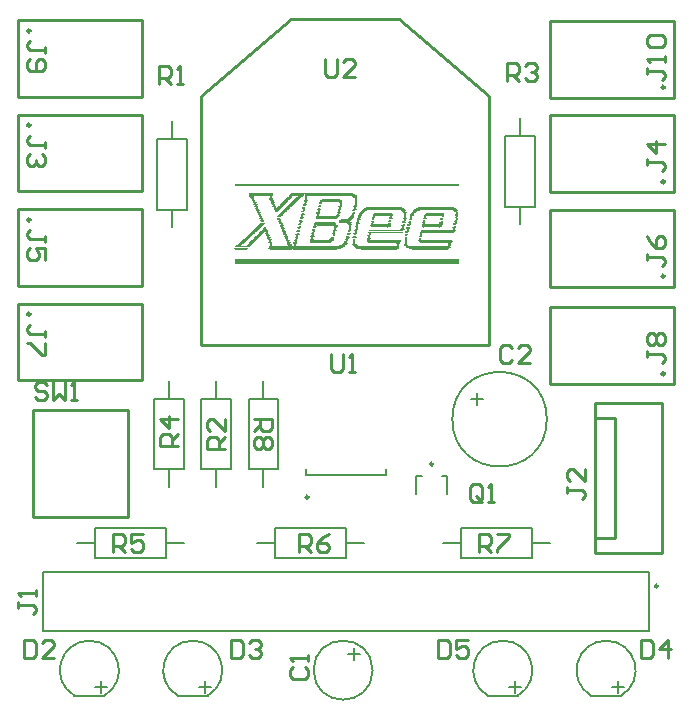
<source format=gto>
%FSLAX44Y44*%
%MOMM*%
G71*
G01*
G75*
G04 Layer_Color=65535*
%ADD10R,0.9000X0.9500*%
%ADD11R,0.9000X0.9500*%
%ADD12R,5.5000X6.9000*%
%ADD13R,0.9500X1.9000*%
%ADD14C,0.2540*%
%ADD15R,1.2000X1.2000*%
%ADD16C,1.2000*%
%ADD17C,1.5240*%
%ADD18R,1.5240X1.5240*%
%ADD19C,1.6000*%
%ADD20R,1.6500X1.6500*%
%ADD21C,1.6500*%
%ADD22R,1.2000X1.2000*%
%ADD23C,1.0000*%
%ADD24R,1.0000X1.0000*%
%ADD25C,1.7500*%
%ADD26R,1.7500X1.7500*%
%ADD27C,1.5000*%
%ADD28P,1.6236X8X112.5*%
%ADD29C,1.2700*%
%ADD30C,0.2500*%
%ADD31C,0.2000*%
%ADD32R,19.0754X0.2794*%
%ADD33R,1.9558X0.0254*%
%ADD34R,1.1430X0.0254*%
%ADD35R,3.9116X0.0254*%
%ADD36R,1.9812X0.0254*%
%ADD37R,1.1684X0.0254*%
%ADD38R,3.9624X0.0254*%
%ADD39R,2.0066X0.1270*%
%ADD40R,1.2192X0.1270*%
%ADD41R,4.0132X0.0254*%
%ADD42R,4.1148X0.0254*%
%ADD43R,4.1402X0.0254*%
%ADD44R,4.2164X0.0254*%
%ADD45R,4.2418X0.0508*%
%ADD46R,1.2192X0.0254*%
%ADD47R,0.2032X0.0254*%
%ADD48R,0.2540X0.0254*%
%ADD49R,0.3556X0.0254*%
%ADD50R,0.2032X0.3048*%
%ADD51R,0.4318X0.0254*%
%ADD52R,0.2286X0.0254*%
%ADD53R,0.1778X0.0254*%
%ADD54R,0.2286X0.0508*%
%ADD55R,0.4064X0.0254*%
%ADD56R,0.2794X0.0254*%
%ADD57R,0.2032X0.1524*%
%ADD58R,0.2540X0.0508*%
%ADD59R,0.3556X0.0508*%
%ADD60R,0.3048X0.0254*%
%ADD61R,0.2794X0.0508*%
%ADD62R,0.3302X0.0508*%
%ADD63R,0.3302X0.0254*%
%ADD64R,0.2032X0.5334*%
%ADD65R,0.2286X0.0762*%
%ADD66R,0.2286X0.1270*%
%ADD67R,0.3048X0.0508*%
%ADD68R,1.6002X0.0254*%
%ADD69R,1.6256X0.0254*%
%ADD70R,0.2540X0.0762*%
%ADD71R,1.7018X0.0254*%
%ADD72R,1.8034X0.0508*%
%ADD73R,1.8288X0.0254*%
%ADD74R,0.2032X0.0508*%
%ADD75R,1.8796X0.0254*%
%ADD76R,1.9050X0.0508*%
%ADD77R,0.2032X0.1016*%
%ADD78R,0.2032X0.1778*%
%ADD79R,0.2286X0.1016*%
%ADD80R,2.8194X0.0254*%
%ADD81R,2.7940X0.0254*%
%ADD82R,0.2032X0.1270*%
%ADD83R,2.8448X0.0254*%
%ADD84R,0.2032X0.0762*%
%ADD85R,3.0988X0.0254*%
%ADD86R,3.0226X0.0254*%
%ADD87R,3.1750X0.0254*%
%ADD88R,3.2258X0.0254*%
%ADD89R,3.1496X0.0254*%
%ADD90R,0.5334X0.0254*%
%ADD91R,3.4036X0.0254*%
%ADD92R,3.3782X0.0508*%
%ADD93R,0.5080X0.0254*%
%ADD94R,3.4290X0.0254*%
%ADD95R,0.4572X0.0254*%
%ADD96R,3.4798X0.0254*%
%ADD97R,0.5588X0.0508*%
%ADD98R,0.3810X0.0254*%
%ADD99R,0.4826X0.0254*%
%ADD100R,1.4478X0.0508*%
%ADD101R,1.4732X0.0254*%
%ADD102R,1.4986X0.0254*%
%ADD103R,1.5494X0.0254*%
%ADD104R,1.6002X0.0508*%
%ADD105R,1.6256X0.0508*%
%ADD106R,1.6764X0.0762*%
%ADD107R,1.6510X0.0254*%
%ADD108R,1.7018X0.0508*%
%ADD109R,1.9050X0.0254*%
%ADD110R,1.9304X0.0508*%
%ADD111R,0.2794X0.1016*%
%ADD112R,1.8034X0.0254*%
%ADD113R,0.2794X0.0762*%
%ADD114R,1.7780X0.0254*%
%ADD115R,1.7526X0.0254*%
%ADD116R,1.5240X0.0254*%
%ADD117R,0.2032X0.2032*%
%ADD118R,0.8382X0.0254*%
%ADD119R,0.8128X0.0254*%
%ADD120R,0.8890X0.0254*%
%ADD121R,0.9652X0.0254*%
%ADD122R,0.9398X0.0254*%
%ADD123R,0.8636X0.0254*%
%ADD124R,0.9144X0.0254*%
%ADD125R,0.2540X0.1016*%
%ADD126R,0.4318X0.0508*%
%ADD127R,1.8288X0.0508*%
%ADD128R,1.8796X0.0762*%
%ADD129R,0.2286X0.3810*%
%ADD130R,1.4478X0.0254*%
%ADD131R,1.6764X0.1778*%
%ADD132R,1.6764X0.0254*%
%ADD133R,1.6510X0.0762*%
%ADD134R,1.5748X0.0254*%
%ADD135R,0.0254X0.0254*%
%ADD136R,0.0508X0.0254*%
%ADD137R,0.1270X0.0254*%
%ADD138R,0.1524X0.0254*%
%ADD139R,2.5146X0.0254*%
%ADD140R,0.5334X0.0508*%
%ADD141R,2.8702X0.0254*%
%ADD142R,2.8956X0.0254*%
%ADD143R,2.9210X0.1016*%
%ADD144R,2.8956X0.0508*%
%ADD145R,2.9210X0.0254*%
%ADD146R,2.8194X0.0508*%
%ADD147R,2.8448X0.0508*%
%ADD148R,0.2286X0.5842*%
%ADD149R,0.2032X0.4318*%
%ADD150R,1.9558X0.0508*%
%ADD151R,0.3810X0.0508*%
%ADD152R,2.7686X0.0254*%
%ADD153R,2.7432X0.0254*%
%ADD154R,2.4384X0.0254*%
%ADD155R,2.6670X0.0254*%
%ADD156R,0.2032X0.3302*%
%ADD157R,2.3876X0.0254*%
%ADD158R,2.6416X0.0254*%
%ADD159R,1.2446X0.0508*%
%ADD160R,6.2738X0.0254*%
%ADD161R,3.7338X0.0254*%
%ADD162R,3.7592X0.0254*%
%ADD163R,6.2484X0.0254*%
%ADD164R,3.7084X0.0254*%
%ADD165R,1.2446X0.1016*%
%ADD166R,6.1976X0.0254*%
%ADD167R,3.6322X0.0254*%
%ADD168R,3.6830X0.0254*%
%ADD169R,6.1722X0.0254*%
%ADD170R,3.6068X0.0254*%
%ADD171R,3.6068X0.0508*%
%ADD172R,6.1468X0.0254*%
%ADD173R,3.5814X0.0254*%
%ADD174R,6.0198X0.0254*%
%ADD175R,3.4544X0.0508*%
%ADD176R,5.9944X0.0254*%
%ADD177R,3.4544X0.0254*%
%ADD178R,5.9182X0.0254*%
%ADD179R,3.3782X0.0254*%
%ADD180R,18.9738X0.0254*%
%ADD181R,19.0754X0.3302*%
D14*
X12914Y328914D02*
G03*
X12914Y328914I-1414J0D01*
G01*
Y408914D02*
G03*
X12914Y408914I-1414J0D01*
G01*
Y488914D02*
G03*
X12914Y488914I-1414J0D01*
G01*
Y568914D02*
G03*
X12914Y568914I-1414J0D01*
G01*
X549914Y278586D02*
G03*
X549914Y278586I-1414J0D01*
G01*
Y361086D02*
G03*
X549914Y361086I-1414J0D01*
G01*
Y441086D02*
G03*
X549914Y441086I-1414J0D01*
G01*
Y521086D02*
G03*
X549914Y521086I-1414J0D01*
G01*
X490700Y126500D02*
Y253500D01*
X547900Y126500D02*
Y253500D01*
X507500Y139200D02*
Y240800D01*
X490700Y126500D02*
X547900D01*
X490700Y253500D02*
X547900D01*
X490700Y139200D02*
X507500D01*
X490700Y240800D02*
X507500D01*
X325258Y579157D02*
X401158Y513856D01*
X157358D02*
X233258Y579157D01*
X401158Y303057D02*
Y513856D01*
X157358Y303057D02*
Y513856D01*
X233258Y579157D02*
X325258D01*
X157358Y303057D02*
X401158D01*
X107500Y272800D02*
Y337800D01*
X2500Y272800D02*
X107500D01*
X2500Y337800D02*
X107500D01*
X2500Y272800D02*
Y337800D01*
X107500Y352800D02*
Y417800D01*
X2500Y352800D02*
X107500D01*
X2500Y417800D02*
X107500D01*
X2500Y352800D02*
Y417800D01*
X107500Y432800D02*
Y497800D01*
X2500Y432800D02*
X107500D01*
X2500Y497800D02*
X107500D01*
X2500Y432800D02*
Y497800D01*
X107500Y512800D02*
Y577800D01*
X2500Y512800D02*
X107500D01*
X2500Y577800D02*
X107500D01*
X2500Y512800D02*
Y577800D01*
X452500Y269700D02*
Y334700D01*
X557500D01*
X452500Y269700D02*
X557500D01*
Y334700D01*
X452500Y352200D02*
Y417200D01*
X557500D01*
X452500Y352200D02*
X557500D01*
Y417200D01*
X452500Y432200D02*
Y497200D01*
X557500D01*
X452500Y432200D02*
X557500D01*
Y497200D01*
X452500Y512200D02*
Y577200D01*
X557500D01*
X452500Y512200D02*
X557500D01*
Y577200D01*
X15000Y157500D02*
Y247500D01*
X95000Y157500D02*
Y247500D01*
X15000Y157500D02*
X95000D01*
X15000Y247500D02*
X95000D01*
X395157Y172539D02*
Y182696D01*
X392617Y185235D01*
X387539D01*
X385000Y182696D01*
Y172539D01*
X387539Y170000D01*
X392617D01*
X390078Y175078D02*
X395157Y170000D01*
X392617D02*
X395157Y172539D01*
X400235Y170000D02*
X405313D01*
X402774D01*
Y185235D01*
X400235Y182696D01*
X530000Y52735D02*
Y37500D01*
X537617D01*
X540157Y40039D01*
Y50196D01*
X537617Y52735D01*
X530000D01*
X552853Y37500D02*
Y52735D01*
X545235Y45118D01*
X555392D01*
X267500Y295235D02*
Y282539D01*
X270039Y280000D01*
X275117D01*
X277657Y282539D01*
Y295235D01*
X282735Y280000D02*
X287813D01*
X285274D01*
Y295235D01*
X282735Y292696D01*
X467265Y182657D02*
Y177578D01*
Y180117D01*
X479961D01*
X482500Y177578D01*
Y175039D01*
X479961Y172500D01*
X482500Y197892D02*
Y187735D01*
X472343Y197892D01*
X469804D01*
X467265Y195353D01*
Y190274D01*
X469804Y187735D01*
X137500Y217500D02*
X122265D01*
Y225117D01*
X124804Y227657D01*
X129882D01*
X132422Y225117D01*
Y217500D01*
Y222578D02*
X137500Y227657D01*
Y240353D02*
X122265D01*
X129882Y232735D01*
Y242892D01*
X177500Y215000D02*
X162265D01*
Y222617D01*
X164804Y225157D01*
X169882D01*
X172422Y222617D01*
Y215000D01*
Y220078D02*
X177500Y225157D01*
Y240392D02*
Y230235D01*
X167343Y240392D01*
X164804D01*
X162265Y237853D01*
Y232774D01*
X164804Y230235D01*
X202500Y240000D02*
X217735D01*
Y232383D01*
X215196Y229843D01*
X210118D01*
X207578Y232383D01*
Y240000D01*
Y234922D02*
X202500Y229843D01*
X215196Y224765D02*
X217735Y222226D01*
Y217147D01*
X215196Y214608D01*
X212657D01*
X210118Y217147D01*
X207578Y214608D01*
X205039D01*
X202500Y217147D01*
Y222226D01*
X205039Y224765D01*
X207578D01*
X210118Y222226D01*
X212657Y224765D01*
X215196D01*
X210118Y222226D02*
Y217147D01*
X392500Y127500D02*
Y142735D01*
X400117D01*
X402657Y140196D01*
Y135118D01*
X400117Y132578D01*
X392500D01*
X397578D02*
X402657Y127500D01*
X407735Y142735D02*
X417892D01*
Y140196D01*
X407735Y130039D01*
Y127500D01*
X240000D02*
Y142735D01*
X247617D01*
X250157Y140196D01*
Y135118D01*
X247617Y132578D01*
X240000D01*
X245078D02*
X250157Y127500D01*
X265392Y142735D02*
X260313Y140196D01*
X255235Y135118D01*
Y130039D01*
X257774Y127500D01*
X262853D01*
X265392Y130039D01*
Y132578D01*
X262853Y135118D01*
X255235D01*
X82500Y127500D02*
Y142735D01*
X90118D01*
X92657Y140196D01*
Y135118D01*
X90118Y132578D01*
X82500D01*
X87578D02*
X92657Y127500D01*
X107892Y142735D02*
X97735D01*
Y135118D01*
X102813Y137657D01*
X105353D01*
X107892Y135118D01*
Y130039D01*
X105353Y127500D01*
X100274D01*
X97735Y130039D01*
X2265Y85157D02*
Y80078D01*
Y82618D01*
X14961D01*
X17500Y80078D01*
Y77539D01*
X14961Y75000D01*
X17500Y90235D02*
Y95313D01*
Y92774D01*
X2265D01*
X4804Y90235D01*
X357500Y52735D02*
Y37500D01*
X365117D01*
X367657Y40039D01*
Y50196D01*
X365117Y52735D01*
X357500D01*
X382892D02*
X372735D01*
Y45118D01*
X377813Y47657D01*
X380353D01*
X382892Y45118D01*
Y40039D01*
X380353Y37500D01*
X375274D01*
X372735Y40039D01*
X182500Y52735D02*
Y37500D01*
X190117D01*
X192657Y40039D01*
Y50196D01*
X190117Y52735D01*
X182500D01*
X197735Y50196D02*
X200274Y52735D01*
X205353D01*
X207892Y50196D01*
Y47657D01*
X205353Y45118D01*
X202813D01*
X205353D01*
X207892Y42578D01*
Y40039D01*
X205353Y37500D01*
X200274D01*
X197735Y40039D01*
X7500Y52735D02*
Y37500D01*
X15117D01*
X17657Y40039D01*
Y50196D01*
X15117Y52735D01*
X7500D01*
X32892Y37500D02*
X22735D01*
X32892Y47657D01*
Y50196D01*
X30353Y52735D01*
X25274D01*
X22735Y50196D01*
X420157Y300196D02*
X417617Y302735D01*
X412539D01*
X410000Y300196D01*
Y290039D01*
X412539Y287500D01*
X417617D01*
X420157Y290039D01*
X435392Y287500D02*
X425235D01*
X435392Y297657D01*
Y300196D01*
X432853Y302735D01*
X427774D01*
X425235Y300196D01*
X234804Y30157D02*
X232265Y27617D01*
Y22539D01*
X234804Y20000D01*
X244961D01*
X247500Y22539D01*
Y27617D01*
X244961Y30157D01*
X247500Y35235D02*
Y40313D01*
Y37774D01*
X232265D01*
X234804Y35235D01*
X262500Y545235D02*
Y532539D01*
X265039Y530000D01*
X270117D01*
X272657Y532539D01*
Y545235D01*
X287892Y530000D02*
X277735D01*
X287892Y540157D01*
Y542696D01*
X285353Y545235D01*
X280274D01*
X277735Y542696D01*
X25235Y309843D02*
Y314922D01*
Y312383D01*
X12539D01*
X10000Y314922D01*
Y317461D01*
X12539Y320000D01*
X25235Y304765D02*
Y294608D01*
X22696D01*
X12539Y304765D01*
X10000D01*
X25235Y389843D02*
Y394922D01*
Y392383D01*
X12539D01*
X10000Y394922D01*
Y397461D01*
X12539Y400000D01*
X25235Y374608D02*
Y384765D01*
X17617D01*
X20157Y379687D01*
Y377147D01*
X17617Y374608D01*
X12539D01*
X10000Y377147D01*
Y382226D01*
X12539Y384765D01*
X25235Y469843D02*
Y474922D01*
Y472383D01*
X12539D01*
X10000Y474922D01*
Y477461D01*
X12539Y480000D01*
X22696Y464765D02*
X25235Y462226D01*
Y457147D01*
X22696Y454608D01*
X20157D01*
X17617Y457147D01*
Y459687D01*
Y457147D01*
X15078Y454608D01*
X12539D01*
X10000Y457147D01*
Y462226D01*
X12539Y464765D01*
X25235Y549843D02*
Y554922D01*
Y552383D01*
X12539D01*
X10000Y554922D01*
Y557461D01*
X12539Y560000D01*
Y544765D02*
X10000Y542226D01*
Y537147D01*
X12539Y534608D01*
X22696D01*
X25235Y537147D01*
Y542226D01*
X22696Y544765D01*
X20157D01*
X17617Y542226D01*
Y534608D01*
X534765Y297657D02*
Y292578D01*
Y295117D01*
X547461D01*
X550000Y292578D01*
Y290039D01*
X547461Y287500D01*
X537304Y302735D02*
X534765Y305274D01*
Y310353D01*
X537304Y312892D01*
X539843D01*
X542383Y310353D01*
X544922Y312892D01*
X547461D01*
X550000Y310353D01*
Y305274D01*
X547461Y302735D01*
X544922D01*
X542383Y305274D01*
X539843Y302735D01*
X537304D01*
X542383Y305274D02*
Y310353D01*
X534765Y380157D02*
Y375078D01*
Y377617D01*
X547461D01*
X550000Y375078D01*
Y372539D01*
X547461Y370000D01*
X534765Y395392D02*
X537304Y390313D01*
X542383Y385235D01*
X547461D01*
X550000Y387774D01*
Y392853D01*
X547461Y395392D01*
X544922D01*
X542383Y392853D01*
Y385235D01*
X534765Y460157D02*
Y455078D01*
Y457617D01*
X547461D01*
X550000Y455078D01*
Y452539D01*
X547461Y450000D01*
X550000Y472853D02*
X534765D01*
X542383Y465235D01*
Y475392D01*
X534765Y537657D02*
Y532578D01*
Y535117D01*
X547461D01*
X550000Y532578D01*
Y530039D01*
X547461Y527500D01*
X550000Y542735D02*
Y547813D01*
Y545274D01*
X534765D01*
X537304Y542735D01*
Y555431D02*
X534765Y557970D01*
Y563049D01*
X537304Y565588D01*
X547461D01*
X550000Y563049D01*
Y557970D01*
X547461Y555431D01*
X537304D01*
X26527Y269044D02*
X23988Y271583D01*
X18909D01*
X16370Y269044D01*
Y266505D01*
X18909Y263965D01*
X23988D01*
X26527Y261426D01*
Y258887D01*
X23988Y256348D01*
X18909D01*
X16370Y258887D01*
X31605Y271583D02*
Y256348D01*
X36683Y261426D01*
X41762Y256348D01*
Y271583D01*
X46840Y256348D02*
X51919D01*
X49379D01*
Y271583D01*
X46840Y269044D01*
X121451Y524025D02*
Y539260D01*
X129068D01*
X131608Y536721D01*
Y531642D01*
X129068Y529103D01*
X121451D01*
X126529D02*
X131608Y524025D01*
X136686D02*
X141764D01*
X139225D01*
Y539260D01*
X136686Y536721D01*
X416451Y526525D02*
Y541760D01*
X424068D01*
X426608Y539221D01*
Y534142D01*
X424068Y531603D01*
X416451D01*
X421529D02*
X426608Y526525D01*
X431686Y539221D02*
X434225Y541760D01*
X439304D01*
X441843Y539221D01*
Y536682D01*
X439304Y534142D01*
X436764D01*
X439304D01*
X441843Y531603D01*
Y529064D01*
X439304Y526525D01*
X434225D01*
X431686Y529064D01*
D30*
X353750Y202000D02*
G03*
X353750Y202000I-1250J0D01*
G01*
X248200Y174000D02*
G03*
X248200Y174000I-1250J0D01*
G01*
X544120Y98700D02*
G03*
X544120Y98700I-1250J0D01*
G01*
D31*
X512700Y5849D02*
G03*
X487700Y5849I-12500J21651D01*
G01*
X425200D02*
G03*
X400200Y5849I-12500J21651D01*
G01*
X162700D02*
G03*
X137700Y5849I-12500J21651D01*
G01*
X75200D02*
G03*
X50200Y5849I-12500J21651D01*
G01*
X450000Y240000D02*
G03*
X450000Y240000I-40000J0D01*
G01*
X302500Y27500D02*
G03*
X302500Y27500I-25000J0D01*
G01*
X339500Y177000D02*
Y191750D01*
X365500Y177000D02*
Y191750D01*
X339500D02*
X344000D01*
X361000D02*
X365500D01*
X487500Y5910D02*
X512900D01*
X505280Y13530D02*
X515440D01*
X510360Y8450D02*
Y18610D01*
X313500Y192500D02*
Y197500D01*
X246500Y192500D02*
X313500D01*
X246500D02*
Y197500D01*
X117500D02*
Y257500D01*
X142500Y197500D02*
Y257500D01*
X130000D02*
Y272500D01*
Y182500D02*
Y197500D01*
X117500Y257500D02*
X142500D01*
X117500Y197500D02*
X142500D01*
X157500D02*
Y257500D01*
X182500Y197500D02*
Y257500D01*
X170000D02*
Y272500D01*
Y182500D02*
Y197500D01*
X157500Y257500D02*
X182500D01*
X157500Y197500D02*
X182500D01*
X222500D02*
Y257500D01*
X197500Y197500D02*
Y257500D01*
X210000Y182500D02*
Y197500D01*
Y257500D02*
Y272500D01*
X197500Y197500D02*
X222500D01*
X197500Y257500D02*
X222500D01*
X377500Y122500D02*
X437500D01*
X377500Y147500D02*
X437500D01*
X362500Y135000D02*
X377500D01*
X437500D02*
X452500D01*
X377500Y122500D02*
Y147500D01*
X437500Y122500D02*
Y147500D01*
X220000Y122500D02*
X280000D01*
X220000Y147500D02*
X280000D01*
X205000Y135000D02*
X220000D01*
X280000D02*
X295000D01*
X220000Y122500D02*
Y147500D01*
X280000Y122500D02*
Y147500D01*
X67500Y122500D02*
X127500D01*
X67500Y147500D02*
X127500D01*
X52500Y135000D02*
X67500D01*
X127500D02*
X142500D01*
X67500Y122500D02*
Y147500D01*
X127500Y122500D02*
Y147500D01*
X23500Y111000D02*
X536500D01*
Y61000D02*
Y111000D01*
X23500Y61000D02*
X536500D01*
X23500D02*
Y111000D01*
X400000Y5910D02*
X425400D01*
X417780Y13530D02*
X427940D01*
X422860Y8450D02*
Y18610D01*
X137500Y5910D02*
X162900D01*
X155280Y13530D02*
X165440D01*
X160360Y8450D02*
Y18610D01*
X50000Y5910D02*
X75400D01*
X67780Y13530D02*
X77940D01*
X72860Y8450D02*
Y18610D01*
X391000Y252420D02*
Y262580D01*
X385920Y257500D02*
X396080D01*
X281820Y41500D02*
X291980D01*
X286900Y36420D02*
Y46580D01*
X120000Y417500D02*
Y477500D01*
X145000Y417500D02*
Y477500D01*
X132500D02*
Y492500D01*
Y402500D02*
Y417500D01*
X120000Y477500D02*
X145000D01*
X120000Y417500D02*
X145000D01*
X415000Y420000D02*
Y480000D01*
X440000Y420000D02*
Y480000D01*
X427500D02*
Y495000D01*
Y405000D02*
Y420000D01*
X415000Y480000D02*
X440000D01*
X415000Y420000D02*
X440000D01*
D32*
X280635Y438107D02*
D03*
D33*
X207737Y430995D02*
D03*
D34*
X238979D02*
D03*
D35*
X265268D02*
D03*
D36*
X207864Y430741D02*
D03*
Y429217D02*
D03*
D37*
X239106Y430741D02*
D03*
X191354Y383751D02*
D03*
D38*
X265268Y430741D02*
D03*
D39*
X207991Y429979D02*
D03*
D40*
X238852D02*
D03*
D41*
X265522Y430487D02*
D03*
D42*
X266030Y430233D02*
D03*
D43*
X266157Y429979D02*
D03*
D44*
X266538Y429725D02*
D03*
D45*
X266665Y429344D02*
D03*
D46*
X238598Y429217D02*
D03*
X191354Y384005D02*
D03*
D47*
X199482Y428963D02*
D03*
X216500D02*
D03*
X201768Y425153D02*
D03*
X202276Y424137D02*
D03*
X218532Y421851D02*
D03*
X219040Y420581D02*
D03*
X204562Y418549D02*
D03*
X219802D02*
D03*
X205070Y417279D02*
D03*
X373726Y414739D02*
D03*
X206594Y413723D02*
D03*
X286096Y412707D02*
D03*
X207356Y411691D02*
D03*
X373726Y411183D02*
D03*
X303622Y410929D02*
D03*
X347056D02*
D03*
X373472Y410675D02*
D03*
X207864Y410421D02*
D03*
X291176Y409659D02*
D03*
X223358Y409405D02*
D03*
X373726Y409151D02*
D03*
X208626Y408897D02*
D03*
X373472Y408135D02*
D03*
X224120Y407373D02*
D03*
X209388Y406865D02*
D03*
X224628Y406103D02*
D03*
X345532Y404833D02*
D03*
X360518D02*
D03*
X283556Y400769D02*
D03*
X288890D02*
D03*
X226914Y400515D02*
D03*
X327498Y399245D02*
D03*
X227422Y398991D02*
D03*
X300320Y396959D02*
D03*
X269586Y395689D02*
D03*
X214214Y394165D02*
D03*
X229708Y393403D02*
D03*
X280508Y391117D02*
D03*
X215484Y390863D02*
D03*
X215738Y390355D02*
D03*
X230978Y390101D02*
D03*
X280000Y389339D02*
D03*
X231740Y388577D02*
D03*
X368138Y388069D02*
D03*
X233264Y386037D02*
D03*
D48*
X233518Y428963D02*
D03*
X199990Y428201D02*
D03*
X200498Y427693D02*
D03*
X216500Y426677D02*
D03*
X201514Y426169D02*
D03*
X216754Y425915D02*
D03*
X246218Y424645D02*
D03*
X217516Y424391D02*
D03*
X202530Y423375D02*
D03*
X218024Y423121D02*
D03*
X202784Y422867D02*
D03*
X218278Y422613D02*
D03*
X258410D02*
D03*
X245456Y421597D02*
D03*
X203546Y421089D02*
D03*
X245202Y420835D02*
D03*
X288128Y420327D02*
D03*
X275174Y419565D02*
D03*
X287874D02*
D03*
X204308Y419311D02*
D03*
X219548D02*
D03*
X244440Y418041D02*
D03*
X257394Y417279D02*
D03*
X257140Y416771D02*
D03*
X287112Y416517D02*
D03*
X329022Y416263D02*
D03*
X329276Y415755D02*
D03*
X206086Y414993D02*
D03*
X274158D02*
D03*
X329784D02*
D03*
X273904Y414485D02*
D03*
X206340Y414231D02*
D03*
X256632D02*
D03*
X293208Y413977D02*
D03*
X292954Y413723D02*
D03*
X256378Y413469D02*
D03*
X336388D02*
D03*
X243424Y413215D02*
D03*
X292700D02*
D03*
X336134Y412961D02*
D03*
X243170Y412707D02*
D03*
X273396Y412453D02*
D03*
X335626Y412199D02*
D03*
X273142Y411945D02*
D03*
X272888Y411691D02*
D03*
X291684Y410929D02*
D03*
X242662Y410421D02*
D03*
X318100Y410167D02*
D03*
X208118Y409913D02*
D03*
X223104D02*
D03*
X242408Y409659D02*
D03*
X317846D02*
D03*
X208372Y409405D02*
D03*
X346548D02*
D03*
X361534D02*
D03*
X290922Y409151D02*
D03*
X334610Y408643D02*
D03*
X223866Y408389D02*
D03*
X290668D02*
D03*
X209134Y407627D02*
D03*
X241646Y406865D02*
D03*
X329022Y406103D02*
D03*
X345786Y405849D02*
D03*
X360772D02*
D03*
X224882Y405595D02*
D03*
X289906Y405341D02*
D03*
X360518D02*
D03*
X316830Y405087D02*
D03*
X372456Y404579D02*
D03*
X333594Y404325D02*
D03*
X225644Y403563D02*
D03*
X225898Y403055D02*
D03*
X253838Y402801D02*
D03*
X271364D02*
D03*
X253584Y402293D02*
D03*
X371948D02*
D03*
X240630Y402039D02*
D03*
X271110D02*
D03*
X371694Y401785D02*
D03*
X240376Y401531D02*
D03*
X332832D02*
D03*
X226660Y401023D02*
D03*
X211674Y400769D02*
D03*
X328006D02*
D03*
X332578D02*
D03*
X270602Y399753D02*
D03*
X252822Y399499D02*
D03*
X239868Y399245D02*
D03*
X270348D02*
D03*
X239614Y398483D02*
D03*
X331816Y397975D02*
D03*
X288128Y397213D02*
D03*
X228438Y396451D02*
D03*
X287874D02*
D03*
X282286Y396197D02*
D03*
X238852Y395689D02*
D03*
X213706Y395435D02*
D03*
X251806Y394927D02*
D03*
X229454Y393911D02*
D03*
X281778D02*
D03*
X214468Y393657D02*
D03*
X287112Y393403D02*
D03*
X281524Y393149D02*
D03*
X214722Y392895D02*
D03*
X268570Y392641D02*
D03*
X299304D02*
D03*
X251044Y392133D02*
D03*
X250790Y391879D02*
D03*
X299050D02*
D03*
X268062Y391625D02*
D03*
X237836Y390863D02*
D03*
X342738D02*
D03*
X231486Y388831D02*
D03*
X237074D02*
D03*
X368392Y388577D02*
D03*
X324450Y388323D02*
D03*
X236820Y388069D02*
D03*
X287112Y387561D02*
D03*
X331054D02*
D03*
X367884D02*
D03*
X287366Y387307D02*
D03*
X287620Y387053D02*
D03*
X232756Y386799D02*
D03*
X233010Y386545D02*
D03*
X331562D02*
D03*
X197450Y386291D02*
D03*
X197196Y386037D02*
D03*
X233264Y385783D02*
D03*
D49*
X242154Y428963D02*
D03*
X231740Y426931D02*
D03*
X231486Y426423D02*
D03*
X230978Y426169D02*
D03*
X230724Y425661D02*
D03*
X328006Y416771D02*
D03*
X221326Y416517D02*
D03*
X296002D02*
D03*
X372202D02*
D03*
X295494Y416263D02*
D03*
X372710D02*
D03*
X295240Y416009D02*
D03*
X208626Y404579D02*
D03*
X324196Y390863D02*
D03*
X190592Y387815D02*
D03*
X190338Y387307D02*
D03*
X189576Y386799D02*
D03*
X288382Y386291D02*
D03*
X188560Y386037D02*
D03*
X289144Y385783D02*
D03*
X332578D02*
D03*
D50*
X246472Y427566D02*
D03*
X330292Y412326D02*
D03*
D51*
X286223Y428963D02*
D03*
X286477Y428709D02*
D03*
X371821Y416771D02*
D03*
X339817Y416517D02*
D03*
X339309Y416263D02*
D03*
X276571Y386291D02*
D03*
X275809Y385783D02*
D03*
D52*
X199609Y428709D02*
D03*
X200879Y426931D02*
D03*
X216373D02*
D03*
X216881Y425661D02*
D03*
X217643Y424137D02*
D03*
X217897Y423375D02*
D03*
X202911Y422613D02*
D03*
X245583Y421851D02*
D03*
X218659Y421597D02*
D03*
X203673Y420835D02*
D03*
X218913D02*
D03*
X258029Y420327D02*
D03*
X203927Y420073D02*
D03*
X257775Y419311D02*
D03*
X244821Y419057D02*
D03*
X274793Y417787D02*
D03*
X204943Y417533D02*
D03*
X287493D02*
D03*
X274539Y417025D02*
D03*
X244059Y416263D02*
D03*
X221199Y415755D02*
D03*
X243805Y415247D02*
D03*
X373599Y414993D02*
D03*
Y414485D02*
D03*
X206467Y413977D02*
D03*
X286477Y413723D02*
D03*
X336515D02*
D03*
X206721Y413469D02*
D03*
X286223Y412961D02*
D03*
X206975Y412453D02*
D03*
X286223D02*
D03*
X292319D02*
D03*
X285715Y411691D02*
D03*
X292065D02*
D03*
X361915Y411437D02*
D03*
X373853D02*
D03*
X373599Y410929D02*
D03*
X207737Y410675D02*
D03*
X242789D02*
D03*
X207991Y410167D02*
D03*
X291303Y409913D02*
D03*
X303241D02*
D03*
X223231Y409659D02*
D03*
X291049Y409405D02*
D03*
X208499Y409151D02*
D03*
X223485D02*
D03*
X346421D02*
D03*
X242027Y407881D02*
D03*
X317465D02*
D03*
X373345D02*
D03*
X302733Y407373D02*
D03*
X329403D02*
D03*
X334229Y406865D02*
D03*
X373091D02*
D03*
X209515Y406611D02*
D03*
X224501Y406357D02*
D03*
X290287D02*
D03*
X224755Y405849D02*
D03*
X333975D02*
D03*
X241265Y405087D02*
D03*
X360391D02*
D03*
X316703Y404833D02*
D03*
X345659Y404579D02*
D03*
X241011Y404071D02*
D03*
X225517Y403817D02*
D03*
X328641D02*
D03*
X289525Y403309D02*
D03*
X271491Y403055D02*
D03*
X328387D02*
D03*
X226025Y402801D02*
D03*
X289271Y402293D02*
D03*
X226279Y402039D02*
D03*
X270983Y401785D02*
D03*
X332959D02*
D03*
X211547Y401023D02*
D03*
X289017D02*
D03*
X226787Y400769D02*
D03*
X253203Y400515D02*
D03*
X289017D02*
D03*
X227041Y400261D02*
D03*
X288763D02*
D03*
X371313Y400007D02*
D03*
X283175Y399753D02*
D03*
X227295Y399245D02*
D03*
X288509D02*
D03*
X332197Y398991D02*
D03*
X282921Y398737D02*
D03*
X212563Y398483D02*
D03*
X252441Y397721D02*
D03*
X213071Y397467D02*
D03*
X228057D02*
D03*
X269967Y396959D02*
D03*
X343627D02*
D03*
X228311Y396705D02*
D03*
X239233D02*
D03*
X213325Y396451D02*
D03*
X331435Y396197D02*
D03*
X269713Y395943D02*
D03*
X213579Y395689D02*
D03*
X228819D02*
D03*
X299939D02*
D03*
X331181Y395435D02*
D03*
X214341Y393911D02*
D03*
X238471D02*
D03*
X251425D02*
D03*
X229581Y393657D02*
D03*
X269205D02*
D03*
X229835Y393149D02*
D03*
X238217Y392895D02*
D03*
X268951D02*
D03*
X281397D02*
D03*
X214849Y392641D02*
D03*
X281143D02*
D03*
X251171Y392387D02*
D03*
X250663Y391625D02*
D03*
X280889D02*
D03*
X230343Y391371D02*
D03*
X280635D02*
D03*
X215357Y391117D02*
D03*
X280635Y390863D02*
D03*
X215611Y390609D02*
D03*
X230851Y390355D02*
D03*
X215865Y390101D02*
D03*
X237455D02*
D03*
X280381D02*
D03*
X216119Y389085D02*
D03*
X237201D02*
D03*
X324577Y388577D02*
D03*
X368265Y388323D02*
D03*
X236693Y387815D02*
D03*
X330927D02*
D03*
X368011D02*
D03*
X367503Y386545D02*
D03*
X233137Y386291D02*
D03*
X367249Y385783D02*
D03*
D53*
X216373Y428709D02*
D03*
D54*
X233391Y428582D02*
D03*
X288255Y426804D02*
D03*
X217135Y425280D02*
D03*
X202403Y423756D02*
D03*
X218405Y422232D02*
D03*
X275555Y420708D02*
D03*
X245075Y420454D02*
D03*
X219167Y420200D02*
D03*
X287747Y419184D02*
D03*
X204435Y418930D02*
D03*
X219675D02*
D03*
X219929Y418168D02*
D03*
X205197Y416898D02*
D03*
X257013Y416390D02*
D03*
X286985Y416136D02*
D03*
X274285Y415374D02*
D03*
X329403D02*
D03*
X256759Y414612D02*
D03*
X286731D02*
D03*
X273777Y414104D02*
D03*
X330165D02*
D03*
X256251Y413088D02*
D03*
X273523Y412834D02*
D03*
X292573D02*
D03*
X336007Y412580D02*
D03*
X374107D02*
D03*
X243043Y412326D02*
D03*
X207229Y412072D02*
D03*
X285461Y411310D02*
D03*
X291811D02*
D03*
X303749D02*
D03*
X335245D02*
D03*
X347183D02*
D03*
X346929Y410548D02*
D03*
X334991Y409532D02*
D03*
X242281Y409278D02*
D03*
X317719D02*
D03*
X329657D02*
D03*
X208753Y408516D02*
D03*
X361153D02*
D03*
X334483Y408262D02*
D03*
X290541Y408008D02*
D03*
X209261Y407246D02*
D03*
X346167Y406738D02*
D03*
X241519Y406484D02*
D03*
X302479D02*
D03*
X360899Y406230D02*
D03*
X328895Y405722D02*
D03*
X289779Y404960D02*
D03*
X333721Y404706D02*
D03*
X372329Y404198D02*
D03*
X253965Y403182D02*
D03*
X333213D02*
D03*
X372075Y402674D02*
D03*
X253457Y401912D02*
D03*
X371567Y401404D02*
D03*
X240249Y401150D02*
D03*
X332451Y400388D02*
D03*
X270729Y400134D02*
D03*
X239995Y399626D02*
D03*
X327625D02*
D03*
X270221Y398864D02*
D03*
X227549Y398610D02*
D03*
X239487Y398102D02*
D03*
X288255Y397594D02*
D03*
X331689D02*
D03*
X252187Y396578D02*
D03*
X287747Y396070D02*
D03*
X300193D02*
D03*
X282159Y395816D02*
D03*
X238725Y395308D02*
D03*
X251933D02*
D03*
X343373D02*
D03*
X299685Y394800D02*
D03*
X214087Y394546D02*
D03*
X287493D02*
D03*
X281905Y394292D02*
D03*
X286985Y393022D02*
D03*
X299431D02*
D03*
X298923Y390990D02*
D03*
X231105Y389720D02*
D03*
X286985Y388196D02*
D03*
X324069Y387434D02*
D03*
X323815Y386164D02*
D03*
D55*
X241900Y428709D02*
D03*
X241646Y428455D02*
D03*
X286604D02*
D03*
X221580Y417025D02*
D03*
X371694D02*
D03*
X339182Y416009D02*
D03*
X211166Y399499D02*
D03*
D56*
X199863Y428455D02*
D03*
X200117Y427947D02*
D03*
X287493D02*
D03*
X232629Y427693D02*
D03*
X288001D02*
D03*
X238979Y426423D02*
D03*
X238217Y425661D02*
D03*
X237455Y424899D02*
D03*
X229327Y424645D02*
D03*
X246091Y424391D02*
D03*
X228057Y423375D02*
D03*
X202657Y423121D02*
D03*
X218151Y422867D02*
D03*
X227803D02*
D03*
X234915Y422613D02*
D03*
X227041Y422105D02*
D03*
X234153Y421851D02*
D03*
X203419Y421343D02*
D03*
X232121Y419819D02*
D03*
X224247Y419311D02*
D03*
X223485Y418549D02*
D03*
X257267Y417025D02*
D03*
X287239Y416771D02*
D03*
X205451Y416517D02*
D03*
X328641D02*
D03*
X329149Y416009D02*
D03*
X294351Y415247D02*
D03*
X293843Y414993D02*
D03*
X337531D02*
D03*
X274031Y414739D02*
D03*
X293335Y414231D02*
D03*
X225771Y413723D02*
D03*
X292827Y413469D02*
D03*
X336261Y413215D02*
D03*
X243297Y412961D02*
D03*
X273269Y412199D02*
D03*
X223485Y411437D02*
D03*
X284953Y410421D02*
D03*
X284445Y409913D02*
D03*
X317973D02*
D03*
X208245Y409659D02*
D03*
X241773Y407119D02*
D03*
X290033Y405595D02*
D03*
X360645D02*
D03*
X209515Y405341D02*
D03*
X225009D02*
D03*
X282921Y405087D02*
D03*
X333467Y404071D02*
D03*
X225771Y403309D02*
D03*
X253711Y402547D02*
D03*
X206213Y402293D02*
D03*
X371821Y402039D02*
D03*
X240503Y401785D02*
D03*
X226533Y401277D02*
D03*
X211801Y400515D02*
D03*
X327879D02*
D03*
X270475Y399499D02*
D03*
X371059Y399245D02*
D03*
X209769Y398483D02*
D03*
X227803Y398229D02*
D03*
X331943D02*
D03*
X208245Y397213D02*
D03*
X200625Y396959D02*
D03*
X207737Y396705D02*
D03*
X238979Y395943D02*
D03*
X251679Y394673D02*
D03*
X205451Y394419D02*
D03*
X229327Y394165D02*
D03*
X204943Y393911D02*
D03*
X287239Y393657D02*
D03*
X195037Y391879D02*
D03*
X268189D02*
D03*
X202657Y391625D02*
D03*
X215357Y391371D02*
D03*
X250917D02*
D03*
X267681D02*
D03*
X202149Y391117D02*
D03*
X230597D02*
D03*
X194275Y390863D02*
D03*
X192243Y389085D02*
D03*
X199863Y388831D02*
D03*
X279619Y388577D02*
D03*
X199355Y388323D02*
D03*
X232121Y387815D02*
D03*
X287239D02*
D03*
X232629Y387053D02*
D03*
X197069Y385783D02*
D03*
X236185D02*
D03*
X323561D02*
D03*
D57*
X216246Y427820D02*
D03*
X329530Y408262D02*
D03*
X302352Y405468D02*
D03*
X328768Y404706D02*
D03*
X270094Y397848D02*
D03*
D58*
X233010Y428074D02*
D03*
X288128Y427312D02*
D03*
X201260Y426550D02*
D03*
X245964Y424010D02*
D03*
X258664Y422994D02*
D03*
X275428D02*
D03*
X203292Y421724D02*
D03*
X218786Y421216D02*
D03*
X204054Y419692D02*
D03*
X274666Y417406D02*
D03*
X287366Y417152D02*
D03*
X205578Y416136D02*
D03*
X286604Y414104D02*
D03*
X336896D02*
D03*
X285842Y412072D02*
D03*
X292192D02*
D03*
X334864Y409024D02*
D03*
X361280D02*
D03*
X223612Y408770D02*
D03*
X241900Y407500D02*
D03*
X302606Y406992D02*
D03*
X329276D02*
D03*
X346040Y406230D02*
D03*
X290160Y405976D02*
D03*
X225136Y404960D02*
D03*
X333340Y403690D02*
D03*
X328514Y403436D02*
D03*
X226406Y401658D02*
D03*
X327752Y400134D02*
D03*
X371186Y399626D02*
D03*
X332070Y398610D02*
D03*
X227930Y397848D02*
D03*
X239106Y396324D02*
D03*
X331308Y395816D02*
D03*
X299812Y395308D02*
D03*
X229200Y394546D02*
D03*
X251552Y394292D02*
D03*
X287366Y394038D02*
D03*
X269078Y393276D02*
D03*
X215230Y391752D02*
D03*
X230724Y390736D02*
D03*
X237582Y390482D02*
D03*
X280254Y389720D02*
D03*
X279746Y388958D02*
D03*
X231994Y388196D02*
D03*
X287874Y386672D02*
D03*
X236312Y386164D02*
D03*
D59*
X240884Y428074D02*
D03*
X211420Y400134D02*
D03*
D60*
X287366Y428201D02*
D03*
X240376Y427693D02*
D03*
X239868Y427185D02*
D03*
X239360Y426931D02*
D03*
X239106Y426677D02*
D03*
X229454Y424899D02*
D03*
X229200Y424391D02*
D03*
X236566Y424137D02*
D03*
X236312Y423883D02*
D03*
X236058Y423629D02*
D03*
X227930Y423121D02*
D03*
X235296Y422867D02*
D03*
X234788Y422359D02*
D03*
X234026Y421597D02*
D03*
X226152Y421343D02*
D03*
X233518Y421089D02*
D03*
X233264Y420835D02*
D03*
X225390Y420327D02*
D03*
X225136Y420073D02*
D03*
X232502D02*
D03*
X231994Y419565D02*
D03*
X231486Y419311D02*
D03*
X223866Y418803D02*
D03*
X230724Y418549D02*
D03*
X223358Y418295D02*
D03*
X230470D02*
D03*
X223104Y418041D02*
D03*
X229708Y417533D02*
D03*
X228946Y416771D02*
D03*
X228692Y416517D02*
D03*
X228438Y416263D02*
D03*
X227930Y415755D02*
D03*
X294732D02*
D03*
X338420D02*
D03*
X227676Y415501D02*
D03*
X294478D02*
D03*
X226914Y414739D02*
D03*
X337404D02*
D03*
X337150Y414485D02*
D03*
X224882Y412961D02*
D03*
X224628Y412453D02*
D03*
X223866Y411691D02*
D03*
X223358Y411183D02*
D03*
X284572Y410167D02*
D03*
X284318Y409659D02*
D03*
X283556Y409405D02*
D03*
X209134Y404833D02*
D03*
X283048D02*
D03*
X208372Y404071D02*
D03*
X207356Y403309D02*
D03*
X271110D02*
D03*
X206086Y402039D02*
D03*
X205578Y401531D02*
D03*
X205324Y401277D02*
D03*
X203800Y400007D02*
D03*
X203546Y399753D02*
D03*
X209134Y398229D02*
D03*
X201514Y397721D02*
D03*
X201006Y397467D02*
D03*
X208372D02*
D03*
X208118Y396959D02*
D03*
X207610Y396451D02*
D03*
X199736Y396197D02*
D03*
X207102D02*
D03*
X199482Y395689D02*
D03*
X206340Y395435D02*
D03*
X198720Y394927D02*
D03*
X205578Y394673D02*
D03*
X197958Y394419D02*
D03*
X197704Y394165D02*
D03*
X205324D02*
D03*
X204816Y393657D02*
D03*
X204308Y393403D02*
D03*
X196688Y393149D02*
D03*
X203546Y392641D02*
D03*
X195926Y392387D02*
D03*
X195672Y392133D02*
D03*
X202784Y391879D02*
D03*
X194910Y391625D02*
D03*
X202530Y391371D02*
D03*
X194402Y391117D02*
D03*
X202022Y390863D02*
D03*
X201514Y390609D02*
D03*
X193640Y390355D02*
D03*
X200752Y389847D02*
D03*
X199990Y389085D02*
D03*
X192116Y388831D02*
D03*
X191608Y388577D02*
D03*
X199736D02*
D03*
X191354Y388323D02*
D03*
X199228Y388069D02*
D03*
X198720Y387815D02*
D03*
X278730D02*
D03*
X232502Y387307D02*
D03*
X197958Y387053D02*
D03*
D61*
X200625Y427312D02*
D03*
X216627Y426296D02*
D03*
X238471Y426042D02*
D03*
X237709Y425280D02*
D03*
X217389Y424772D02*
D03*
X236947Y424518D02*
D03*
X228565Y423756D02*
D03*
X227295Y422486D02*
D03*
X226533Y421724D02*
D03*
X245329Y421216D02*
D03*
X225771Y420962D02*
D03*
X288001Y419946D02*
D03*
X219421Y419692D02*
D03*
X206213Y414612D02*
D03*
X293589D02*
D03*
X329911D02*
D03*
X256505Y413850D02*
D03*
X335499Y411818D02*
D03*
X285207Y410802D02*
D03*
X242535Y410040D02*
D03*
X329911Y409786D02*
D03*
X290795Y408770D02*
D03*
X209007Y408008D02*
D03*
X329149Y406484D02*
D03*
X372583Y404960D02*
D03*
X271237Y402420D02*
D03*
X332705Y401150D02*
D03*
X239741Y398864D02*
D03*
X209007Y397848D02*
D03*
X288001Y396832D02*
D03*
X282413Y396578D02*
D03*
X228565Y396070D02*
D03*
X206975Y395816D02*
D03*
X206213Y395054D02*
D03*
X213833D02*
D03*
X281651Y393530D02*
D03*
X214595Y393276D02*
D03*
X204181Y393022D02*
D03*
X203419Y392260D02*
D03*
X268443D02*
D03*
X299177D02*
D03*
X201387Y390228D02*
D03*
X200625Y389466D02*
D03*
X231359Y389212D02*
D03*
X236947Y388450D02*
D03*
X324323Y387942D02*
D03*
X198593Y387434D02*
D03*
X197831Y386672D02*
D03*
D62*
X232375Y427312D02*
D03*
X221199Y416136D02*
D03*
X338039Y415374D02*
D03*
X223993Y412072D02*
D03*
X283429Y409024D02*
D03*
X203165Y399372D02*
D03*
X198847Y395308D02*
D03*
X197323Y393784D02*
D03*
X278603Y387434D02*
D03*
X332197Y386164D02*
D03*
D63*
X239995Y427439D02*
D03*
X231613Y426677D02*
D03*
X230851Y425915D02*
D03*
X228819Y424137D02*
D03*
X234407Y422105D02*
D03*
X233645Y421343D02*
D03*
X225517Y420581D02*
D03*
X223993Y419057D02*
D03*
X230343Y418041D02*
D03*
X229835Y417787D02*
D03*
X229581Y417279D02*
D03*
X229073Y417025D02*
D03*
X228311Y416009D02*
D03*
X372837D02*
D03*
X227549Y415247D02*
D03*
X227041Y414993D02*
D03*
X226787Y414485D02*
D03*
X224755Y412707D02*
D03*
X282667Y405341D02*
D03*
X209261Y405087D02*
D03*
X208499Y404325D02*
D03*
X270729Y403563D02*
D03*
X206467Y402547D02*
D03*
X205705Y401785D02*
D03*
X204435Y400515D02*
D03*
X203927Y400261D02*
D03*
X202403Y398483D02*
D03*
X201895Y398229D02*
D03*
X201641Y397975D02*
D03*
X200879Y397213D02*
D03*
X199609Y395943D02*
D03*
X198085Y394673D02*
D03*
X196815Y393403D02*
D03*
X196561Y392895D02*
D03*
X196053Y392641D02*
D03*
X194529Y391371D02*
D03*
X324323Y391117D02*
D03*
X193767Y390609D02*
D03*
X193513Y390101D02*
D03*
X192751Y389339D02*
D03*
X191227Y388069D02*
D03*
X190465Y387561D02*
D03*
X232375D02*
D03*
X288509Y386037D02*
D03*
X188179Y385783D02*
D03*
D64*
X288382Y423883D02*
D03*
D65*
X201641Y425661D02*
D03*
X245837Y423375D02*
D03*
X288255Y420835D02*
D03*
X275047Y419057D02*
D03*
X257521Y417787D02*
D03*
X244313Y417533D02*
D03*
X243551Y413723D02*
D03*
X318227Y410675D02*
D03*
X330165Y410421D02*
D03*
X361661Y409913D02*
D03*
X373599Y408643D02*
D03*
X223993Y407881D02*
D03*
X316957Y405595D02*
D03*
X372837D02*
D03*
X345659Y405341D02*
D03*
X240757Y402547D02*
D03*
X328133Y401277D02*
D03*
X283429Y400261D02*
D03*
X212817Y397975D02*
D03*
X282667Y397213D02*
D03*
X269459Y395181D02*
D03*
X342865Y393911D02*
D03*
X237963Y391371D02*
D03*
D66*
X246345Y425407D02*
D03*
X373599Y409913D02*
D03*
X342611Y391625D02*
D03*
D67*
X229962Y425280D02*
D03*
X235550Y423248D02*
D03*
X232756Y420454D02*
D03*
X224628Y419692D02*
D03*
X231232Y418930D02*
D03*
X226152Y414104D02*
D03*
X225390Y413342D02*
D03*
X207610Y403690D02*
D03*
X206848Y402928D02*
D03*
X204562Y400896D02*
D03*
X202530Y398864D02*
D03*
X200244Y396578D02*
D03*
X192878Y389720D02*
D03*
X279238Y388196D02*
D03*
D68*
X266919Y425407D02*
D03*
D69*
X266792Y425153D02*
D03*
X354676Y412453D02*
D03*
X309210Y402801D02*
D03*
D70*
X202022Y424645D02*
D03*
X275428Y420073D02*
D03*
X257902Y419819D02*
D03*
X244694Y418549D02*
D03*
X204816Y418041D02*
D03*
X243932Y415755D02*
D03*
X373218Y415501D02*
D03*
X373980Y413215D02*
D03*
X206848Y412961D02*
D03*
X373980Y411945D02*
D03*
X207610Y411183D02*
D03*
X291430Y410421D02*
D03*
X303368D02*
D03*
X317338Y407373D02*
D03*
X373218D02*
D03*
X224374Y406865D02*
D03*
X334102Y406357D02*
D03*
X241138Y404579D02*
D03*
X289398Y402801D02*
D03*
X253076Y400007D02*
D03*
X227168Y399753D02*
D03*
X288636D02*
D03*
X283048Y399245D02*
D03*
X252314Y397213D02*
D03*
X213198Y396959D02*
D03*
X269840Y396451D02*
D03*
X343246Y394673D02*
D03*
X238344Y393403D02*
D03*
X229962Y392641D02*
D03*
X281016Y392133D02*
D03*
X215992Y389593D02*
D03*
X367630Y387053D02*
D03*
D71*
X266665Y424899D02*
D03*
X261839Y405341D02*
D03*
D72*
X266919Y424518D02*
D03*
D73*
X267046Y424137D02*
D03*
D74*
X217770Y423756D02*
D03*
X203038Y422232D02*
D03*
X203800Y420454D02*
D03*
X221072Y415374D02*
D03*
X286350Y413342D02*
D03*
X318354Y411310D02*
D03*
X254092Y403690D02*
D03*
X226152Y402420D02*
D03*
X252568Y398102D02*
D03*
X228184Y397086D02*
D03*
X300066Y396578D02*
D03*
X213452Y396070D02*
D03*
X214976Y392260D02*
D03*
X298796Y391498D02*
D03*
X280508Y390482D02*
D03*
X324704Y388958D02*
D03*
X330800Y388196D02*
D03*
X367376Y386164D02*
D03*
D75*
X267300Y423883D02*
D03*
X263998Y410421D02*
D03*
X258918Y390101D02*
D03*
D76*
X267173Y423502D02*
D03*
X259045Y390482D02*
D03*
D77*
X245710Y422486D02*
D03*
X258156Y420962D02*
D03*
X244948Y419692D02*
D03*
X257648Y418676D02*
D03*
X286858Y415374D02*
D03*
X243678Y414612D02*
D03*
X361788Y410802D02*
D03*
X242154Y408516D02*
D03*
X317592D02*
D03*
X334356Y407500D02*
D03*
X317084Y406484D02*
D03*
X241392Y405722D02*
D03*
X240884Y403436D02*
D03*
X372202D02*
D03*
X333086Y402420D02*
D03*
X289144Y401658D02*
D03*
X253330Y401150D02*
D03*
X371440Y400642D02*
D03*
X240122Y400388D02*
D03*
X332324Y399626D02*
D03*
X282794Y398102D02*
D03*
X239360Y397340D02*
D03*
X331562Y396832D02*
D03*
X287620Y395308D02*
D03*
X282032Y395054D02*
D03*
X331054Y394800D02*
D03*
X238598Y394546D02*
D03*
X269332Y394292D02*
D03*
X238090Y392260D02*
D03*
D78*
X275682Y421851D02*
D03*
X361026Y407373D02*
D03*
D79*
X258283Y421978D02*
D03*
X302987Y408008D02*
D03*
X252695Y398864D02*
D03*
D80*
X312639Y419057D02*
D03*
X356073Y418803D02*
D03*
D81*
X356200Y419057D02*
D03*
X312258Y389847D02*
D03*
X355946D02*
D03*
D82*
X287620Y418295D02*
D03*
X274412Y416263D02*
D03*
X256886Y415501D02*
D03*
X256124Y412199D02*
D03*
X242916Y411437D02*
D03*
X335118Y410421D02*
D03*
X303114Y409151D02*
D03*
X290414Y407119D02*
D03*
X289652Y404071D02*
D03*
X328260Y402293D02*
D03*
X270856Y401023D02*
D03*
X288382Y398483D02*
D03*
X343500Y396197D02*
D03*
X299558Y393911D02*
D03*
X251298Y393149D02*
D03*
X342738Y392895D02*
D03*
X236566Y387053D02*
D03*
D83*
X312512Y418803D02*
D03*
X355692Y390609D02*
D03*
X312004Y390101D02*
D03*
D84*
X274920Y418295D02*
D03*
X244186Y416771D02*
D03*
X205832Y415501D02*
D03*
X373726Y413977D02*
D03*
X273650Y413469D02*
D03*
X372964Y406357D02*
D03*
X333848Y405341D02*
D03*
X225390Y404325D02*
D03*
X252060Y395943D02*
D03*
X228946Y395181D02*
D03*
X230216Y391879D02*
D03*
X237328Y389593D02*
D03*
X323942Y386799D02*
D03*
D85*
X312512Y418549D02*
D03*
X356200Y418295D02*
D03*
X307686Y383497D02*
D03*
X350866D02*
D03*
D86*
X356327Y418549D02*
D03*
D87*
X312385Y418295D02*
D03*
D88*
Y418041D02*
D03*
D89*
X356200D02*
D03*
D90*
X221453Y417787D02*
D03*
D91*
X312258D02*
D03*
X350612Y383751D02*
D03*
D92*
X356073Y417660D02*
D03*
D93*
X221580Y417533D02*
D03*
D94*
X312385D02*
D03*
X356073Y417279D02*
D03*
D95*
X221580D02*
D03*
X211166Y399245D02*
D03*
X276444Y386037D02*
D03*
D96*
X312385Y417279D02*
D03*
X306797Y384259D02*
D03*
D97*
X297018Y416898D02*
D03*
D98*
X327879Y417025D02*
D03*
X221453Y416771D02*
D03*
X211293Y399753D02*
D03*
X189703Y387053D02*
D03*
X189449Y386545D02*
D03*
X277333D02*
D03*
X188687Y386291D02*
D03*
D99*
X340579Y417025D02*
D03*
X340325Y416771D02*
D03*
D100*
X311369Y413342D02*
D03*
D101*
X354930Y413469D02*
D03*
D102*
X355057Y413215D02*
D03*
D103*
X311115Y412961D02*
D03*
X309083Y402547D02*
D03*
D104*
X354803Y412834D02*
D03*
D105*
X311242Y412580D02*
D03*
X261966Y405722D02*
D03*
X309210Y403944D02*
D03*
D106*
X310988Y411945D02*
D03*
D107*
X354549Y412199D02*
D03*
X309591Y404579D02*
D03*
X309337Y404325D02*
D03*
X258791Y389339D02*
D03*
D108*
X354549Y411818D02*
D03*
D109*
X264379Y411437D02*
D03*
X264125Y410675D02*
D03*
D110*
X264252Y411056D02*
D03*
D111*
X222977Y410548D02*
D03*
D112*
X263617Y410167D02*
D03*
X258537Y389847D02*
D03*
X224755Y383497D02*
D03*
D113*
X346675Y409913D02*
D03*
X331181Y387053D02*
D03*
D114*
X263490Y409913D02*
D03*
X258664Y389593D02*
D03*
D115*
X263617Y409659D02*
D03*
D116*
X263236Y409405D02*
D03*
D117*
X346294Y408008D02*
D03*
D118*
X280381Y408643D02*
D03*
X278349Y407119D02*
D03*
D119*
X280254Y408389D02*
D03*
X278222Y406865D02*
D03*
D120*
X279619Y408135D02*
D03*
X279111Y406103D02*
D03*
D121*
X278984Y407881D02*
D03*
D122*
X278857Y407627D02*
D03*
Y406357D02*
D03*
X191227Y383497D02*
D03*
D123*
X278476Y407373D02*
D03*
D124*
X278730Y406611D02*
D03*
D125*
X209642Y405976D02*
D03*
D126*
X282159Y405722D02*
D03*
D127*
X262220Y404960D02*
D03*
D128*
X262474Y404325D02*
D03*
D129*
X283429Y402801D02*
D03*
D130*
X354295Y404579D02*
D03*
D131*
X352898Y403563D02*
D03*
D132*
X263998Y403817D02*
D03*
D133*
X309083Y403309D02*
D03*
D134*
X352644Y402547D02*
D03*
D135*
X315687Y402293D02*
D03*
X346167D02*
D03*
D136*
X359756D02*
D03*
X211674Y401785D02*
D03*
D137*
X211801Y401531D02*
D03*
D138*
X211674Y401277D02*
D03*
D139*
X313401Y399245D02*
D03*
X356835D02*
D03*
D140*
X211039Y398864D02*
D03*
D141*
X314163Y398991D02*
D03*
X357597Y398737D02*
D03*
X313655Y397721D02*
D03*
D142*
X357724Y398991D02*
D03*
D143*
X313909Y398356D02*
D03*
D144*
X357470D02*
D03*
D145*
X357343Y397975D02*
D03*
X357089Y397721D02*
D03*
D146*
X313401Y397340D02*
D03*
X311877Y390482D02*
D03*
X355819Y390228D02*
D03*
D147*
X356708Y397340D02*
D03*
D148*
X330927Y391371D02*
D03*
D149*
X286858Y390609D02*
D03*
D150*
X259299Y390990D02*
D03*
D151*
X368011D02*
D03*
X277587Y386926D02*
D03*
D152*
X312131Y389593D02*
D03*
X355819D02*
D03*
D153*
X312004Y389339D02*
D03*
X355946D02*
D03*
D154*
X311242Y389085D02*
D03*
D155*
X356327D02*
D03*
D156*
X216246Y387307D02*
D03*
D157*
X311242Y388831D02*
D03*
D158*
X356454D02*
D03*
D159*
X191989Y385402D02*
D03*
D160*
X246345Y385529D02*
D03*
D161*
X306035D02*
D03*
X349723Y385275D02*
D03*
X253965Y383497D02*
D03*
D162*
X349596Y385529D02*
D03*
D163*
X246218Y385275D02*
D03*
D164*
X305908D02*
D03*
D165*
X191481Y384640D02*
D03*
D166*
X245710Y385021D02*
D03*
D167*
X306289D02*
D03*
D168*
X349977D02*
D03*
D169*
X245583Y384767D02*
D03*
D170*
X306162D02*
D03*
D171*
X349850Y384640D02*
D03*
D172*
X245456Y384513D02*
D03*
D173*
X306289D02*
D03*
D174*
X244821Y384259D02*
D03*
D175*
X350358Y384132D02*
D03*
D176*
X244694Y384005D02*
D03*
D177*
X306924D02*
D03*
D178*
X244821Y383751D02*
D03*
D179*
X307051D02*
D03*
D180*
X280635Y374607D02*
D03*
D181*
Y372829D02*
D03*
M02*

</source>
